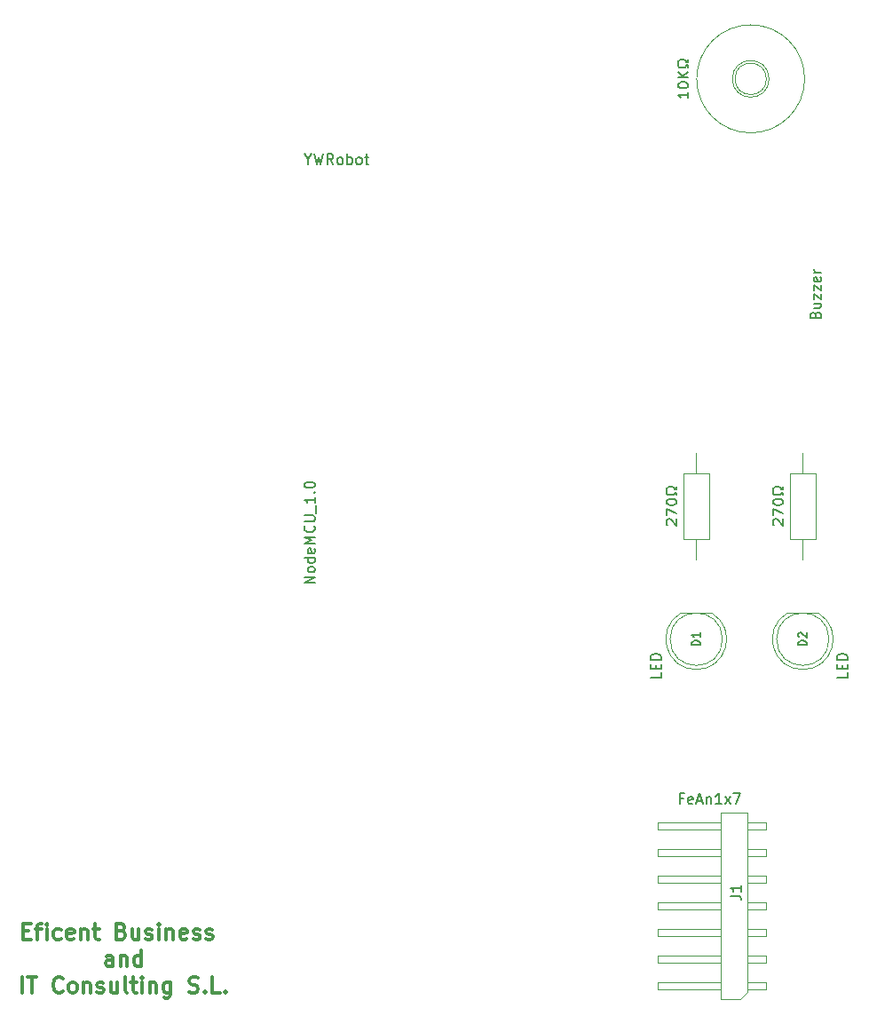
<source format=gbr>
G04 #@! TF.FileFunction,Other,Fab,Top*
%FSLAX46Y46*%
G04 Gerber Fmt 4.6, Leading zero omitted, Abs format (unit mm)*
G04 Created by KiCad (PCBNEW 4.0.7-e2-6376~58~ubuntu16.04.1) date Mon Jan 29 12:29:24 2018*
%MOMM*%
%LPD*%
G01*
G04 APERTURE LIST*
%ADD10C,0.100000*%
%ADD11C,0.300000*%
%ADD12C,0.150000*%
%ADD13C,0.200000*%
G04 APERTURE END LIST*
D10*
D11*
X114888571Y-147202857D02*
X115388571Y-147202857D01*
X115602857Y-147988571D02*
X114888571Y-147988571D01*
X114888571Y-146488571D01*
X115602857Y-146488571D01*
X116031428Y-146988571D02*
X116602857Y-146988571D01*
X116245714Y-147988571D02*
X116245714Y-146702857D01*
X116317142Y-146560000D01*
X116460000Y-146488571D01*
X116602857Y-146488571D01*
X117102857Y-147988571D02*
X117102857Y-146988571D01*
X117102857Y-146488571D02*
X117031428Y-146560000D01*
X117102857Y-146631429D01*
X117174285Y-146560000D01*
X117102857Y-146488571D01*
X117102857Y-146631429D01*
X118460000Y-147917143D02*
X118317143Y-147988571D01*
X118031429Y-147988571D01*
X117888571Y-147917143D01*
X117817143Y-147845714D01*
X117745714Y-147702857D01*
X117745714Y-147274286D01*
X117817143Y-147131429D01*
X117888571Y-147060000D01*
X118031429Y-146988571D01*
X118317143Y-146988571D01*
X118460000Y-147060000D01*
X119674285Y-147917143D02*
X119531428Y-147988571D01*
X119245714Y-147988571D01*
X119102857Y-147917143D01*
X119031428Y-147774286D01*
X119031428Y-147202857D01*
X119102857Y-147060000D01*
X119245714Y-146988571D01*
X119531428Y-146988571D01*
X119674285Y-147060000D01*
X119745714Y-147202857D01*
X119745714Y-147345714D01*
X119031428Y-147488571D01*
X120388571Y-146988571D02*
X120388571Y-147988571D01*
X120388571Y-147131429D02*
X120459999Y-147060000D01*
X120602857Y-146988571D01*
X120817142Y-146988571D01*
X120959999Y-147060000D01*
X121031428Y-147202857D01*
X121031428Y-147988571D01*
X121531428Y-146988571D02*
X122102857Y-146988571D01*
X121745714Y-146488571D02*
X121745714Y-147774286D01*
X121817142Y-147917143D01*
X121960000Y-147988571D01*
X122102857Y-147988571D01*
X124245714Y-147202857D02*
X124460000Y-147274286D01*
X124531428Y-147345714D01*
X124602857Y-147488571D01*
X124602857Y-147702857D01*
X124531428Y-147845714D01*
X124460000Y-147917143D01*
X124317142Y-147988571D01*
X123745714Y-147988571D01*
X123745714Y-146488571D01*
X124245714Y-146488571D01*
X124388571Y-146560000D01*
X124460000Y-146631429D01*
X124531428Y-146774286D01*
X124531428Y-146917143D01*
X124460000Y-147060000D01*
X124388571Y-147131429D01*
X124245714Y-147202857D01*
X123745714Y-147202857D01*
X125888571Y-146988571D02*
X125888571Y-147988571D01*
X125245714Y-146988571D02*
X125245714Y-147774286D01*
X125317142Y-147917143D01*
X125460000Y-147988571D01*
X125674285Y-147988571D01*
X125817142Y-147917143D01*
X125888571Y-147845714D01*
X126531428Y-147917143D02*
X126674285Y-147988571D01*
X126960000Y-147988571D01*
X127102857Y-147917143D01*
X127174285Y-147774286D01*
X127174285Y-147702857D01*
X127102857Y-147560000D01*
X126960000Y-147488571D01*
X126745714Y-147488571D01*
X126602857Y-147417143D01*
X126531428Y-147274286D01*
X126531428Y-147202857D01*
X126602857Y-147060000D01*
X126745714Y-146988571D01*
X126960000Y-146988571D01*
X127102857Y-147060000D01*
X127817143Y-147988571D02*
X127817143Y-146988571D01*
X127817143Y-146488571D02*
X127745714Y-146560000D01*
X127817143Y-146631429D01*
X127888571Y-146560000D01*
X127817143Y-146488571D01*
X127817143Y-146631429D01*
X128531429Y-146988571D02*
X128531429Y-147988571D01*
X128531429Y-147131429D02*
X128602857Y-147060000D01*
X128745715Y-146988571D01*
X128960000Y-146988571D01*
X129102857Y-147060000D01*
X129174286Y-147202857D01*
X129174286Y-147988571D01*
X130460000Y-147917143D02*
X130317143Y-147988571D01*
X130031429Y-147988571D01*
X129888572Y-147917143D01*
X129817143Y-147774286D01*
X129817143Y-147202857D01*
X129888572Y-147060000D01*
X130031429Y-146988571D01*
X130317143Y-146988571D01*
X130460000Y-147060000D01*
X130531429Y-147202857D01*
X130531429Y-147345714D01*
X129817143Y-147488571D01*
X131102857Y-147917143D02*
X131245714Y-147988571D01*
X131531429Y-147988571D01*
X131674286Y-147917143D01*
X131745714Y-147774286D01*
X131745714Y-147702857D01*
X131674286Y-147560000D01*
X131531429Y-147488571D01*
X131317143Y-147488571D01*
X131174286Y-147417143D01*
X131102857Y-147274286D01*
X131102857Y-147202857D01*
X131174286Y-147060000D01*
X131317143Y-146988571D01*
X131531429Y-146988571D01*
X131674286Y-147060000D01*
X132317143Y-147917143D02*
X132460000Y-147988571D01*
X132745715Y-147988571D01*
X132888572Y-147917143D01*
X132960000Y-147774286D01*
X132960000Y-147702857D01*
X132888572Y-147560000D01*
X132745715Y-147488571D01*
X132531429Y-147488571D01*
X132388572Y-147417143D01*
X132317143Y-147274286D01*
X132317143Y-147202857D01*
X132388572Y-147060000D01*
X132531429Y-146988571D01*
X132745715Y-146988571D01*
X132888572Y-147060000D01*
X123424286Y-150538571D02*
X123424286Y-149752857D01*
X123352857Y-149610000D01*
X123210000Y-149538571D01*
X122924286Y-149538571D01*
X122781429Y-149610000D01*
X123424286Y-150467143D02*
X123281429Y-150538571D01*
X122924286Y-150538571D01*
X122781429Y-150467143D01*
X122710000Y-150324286D01*
X122710000Y-150181429D01*
X122781429Y-150038571D01*
X122924286Y-149967143D01*
X123281429Y-149967143D01*
X123424286Y-149895714D01*
X124138572Y-149538571D02*
X124138572Y-150538571D01*
X124138572Y-149681429D02*
X124210000Y-149610000D01*
X124352858Y-149538571D01*
X124567143Y-149538571D01*
X124710000Y-149610000D01*
X124781429Y-149752857D01*
X124781429Y-150538571D01*
X126138572Y-150538571D02*
X126138572Y-149038571D01*
X126138572Y-150467143D02*
X125995715Y-150538571D01*
X125710001Y-150538571D01*
X125567143Y-150467143D01*
X125495715Y-150395714D01*
X125424286Y-150252857D01*
X125424286Y-149824286D01*
X125495715Y-149681429D01*
X125567143Y-149610000D01*
X125710001Y-149538571D01*
X125995715Y-149538571D01*
X126138572Y-149610000D01*
X114781428Y-153088571D02*
X114781428Y-151588571D01*
X115281428Y-151588571D02*
X116138571Y-151588571D01*
X115710000Y-153088571D02*
X115710000Y-151588571D01*
X118638571Y-152945714D02*
X118567142Y-153017143D01*
X118352856Y-153088571D01*
X118209999Y-153088571D01*
X117995714Y-153017143D01*
X117852856Y-152874286D01*
X117781428Y-152731429D01*
X117709999Y-152445714D01*
X117709999Y-152231429D01*
X117781428Y-151945714D01*
X117852856Y-151802857D01*
X117995714Y-151660000D01*
X118209999Y-151588571D01*
X118352856Y-151588571D01*
X118567142Y-151660000D01*
X118638571Y-151731429D01*
X119495714Y-153088571D02*
X119352856Y-153017143D01*
X119281428Y-152945714D01*
X119209999Y-152802857D01*
X119209999Y-152374286D01*
X119281428Y-152231429D01*
X119352856Y-152160000D01*
X119495714Y-152088571D01*
X119709999Y-152088571D01*
X119852856Y-152160000D01*
X119924285Y-152231429D01*
X119995714Y-152374286D01*
X119995714Y-152802857D01*
X119924285Y-152945714D01*
X119852856Y-153017143D01*
X119709999Y-153088571D01*
X119495714Y-153088571D01*
X120638571Y-152088571D02*
X120638571Y-153088571D01*
X120638571Y-152231429D02*
X120709999Y-152160000D01*
X120852857Y-152088571D01*
X121067142Y-152088571D01*
X121209999Y-152160000D01*
X121281428Y-152302857D01*
X121281428Y-153088571D01*
X121924285Y-153017143D02*
X122067142Y-153088571D01*
X122352857Y-153088571D01*
X122495714Y-153017143D01*
X122567142Y-152874286D01*
X122567142Y-152802857D01*
X122495714Y-152660000D01*
X122352857Y-152588571D01*
X122138571Y-152588571D01*
X121995714Y-152517143D01*
X121924285Y-152374286D01*
X121924285Y-152302857D01*
X121995714Y-152160000D01*
X122138571Y-152088571D01*
X122352857Y-152088571D01*
X122495714Y-152160000D01*
X123852857Y-152088571D02*
X123852857Y-153088571D01*
X123210000Y-152088571D02*
X123210000Y-152874286D01*
X123281428Y-153017143D01*
X123424286Y-153088571D01*
X123638571Y-153088571D01*
X123781428Y-153017143D01*
X123852857Y-152945714D01*
X124781429Y-153088571D02*
X124638571Y-153017143D01*
X124567143Y-152874286D01*
X124567143Y-151588571D01*
X125138571Y-152088571D02*
X125710000Y-152088571D01*
X125352857Y-151588571D02*
X125352857Y-152874286D01*
X125424285Y-153017143D01*
X125567143Y-153088571D01*
X125710000Y-153088571D01*
X126210000Y-153088571D02*
X126210000Y-152088571D01*
X126210000Y-151588571D02*
X126138571Y-151660000D01*
X126210000Y-151731429D01*
X126281428Y-151660000D01*
X126210000Y-151588571D01*
X126210000Y-151731429D01*
X126924286Y-152088571D02*
X126924286Y-153088571D01*
X126924286Y-152231429D02*
X126995714Y-152160000D01*
X127138572Y-152088571D01*
X127352857Y-152088571D01*
X127495714Y-152160000D01*
X127567143Y-152302857D01*
X127567143Y-153088571D01*
X128924286Y-152088571D02*
X128924286Y-153302857D01*
X128852857Y-153445714D01*
X128781429Y-153517143D01*
X128638572Y-153588571D01*
X128424286Y-153588571D01*
X128281429Y-153517143D01*
X128924286Y-153017143D02*
X128781429Y-153088571D01*
X128495715Y-153088571D01*
X128352857Y-153017143D01*
X128281429Y-152945714D01*
X128210000Y-152802857D01*
X128210000Y-152374286D01*
X128281429Y-152231429D01*
X128352857Y-152160000D01*
X128495715Y-152088571D01*
X128781429Y-152088571D01*
X128924286Y-152160000D01*
X130710000Y-153017143D02*
X130924286Y-153088571D01*
X131281429Y-153088571D01*
X131424286Y-153017143D01*
X131495715Y-152945714D01*
X131567143Y-152802857D01*
X131567143Y-152660000D01*
X131495715Y-152517143D01*
X131424286Y-152445714D01*
X131281429Y-152374286D01*
X130995715Y-152302857D01*
X130852857Y-152231429D01*
X130781429Y-152160000D01*
X130710000Y-152017143D01*
X130710000Y-151874286D01*
X130781429Y-151731429D01*
X130852857Y-151660000D01*
X130995715Y-151588571D01*
X131352857Y-151588571D01*
X131567143Y-151660000D01*
X132210000Y-152945714D02*
X132281428Y-153017143D01*
X132210000Y-153088571D01*
X132138571Y-153017143D01*
X132210000Y-152945714D01*
X132210000Y-153088571D01*
X133638572Y-153088571D02*
X132924286Y-153088571D01*
X132924286Y-151588571D01*
X134138572Y-152945714D02*
X134210000Y-153017143D01*
X134138572Y-153088571D01*
X134067143Y-153017143D01*
X134138572Y-152945714D01*
X134138572Y-153088571D01*
D10*
X177600334Y-116879984D02*
G75*
G03X180539694Y-116880000I1469666J-2500016D01*
G01*
X181570000Y-119380000D02*
G75*
G03X181570000Y-119380000I-2500000J0D01*
G01*
X180539694Y-116880000D02*
X177600306Y-116880000D01*
X187760334Y-116879984D02*
G75*
G03X190699694Y-116880000I1469666J-2500016D01*
G01*
X191730000Y-119380000D02*
G75*
G03X191730000Y-119380000I-2500000J0D01*
G01*
X190699694Y-116880000D02*
X187760306Y-116880000D01*
X183285000Y-153670000D02*
X181380000Y-153670000D01*
X181380000Y-153670000D02*
X181380000Y-135890000D01*
X181380000Y-135890000D02*
X183920000Y-135890000D01*
X183920000Y-135890000D02*
X183920000Y-153035000D01*
X183920000Y-153035000D02*
X183285000Y-153670000D01*
X185740000Y-152720000D02*
X183920000Y-152720000D01*
X185740000Y-152720000D02*
X185740000Y-152080000D01*
X185740000Y-152080000D02*
X183920000Y-152080000D01*
X181380000Y-152720000D02*
X175380000Y-152720000D01*
X175380000Y-152720000D02*
X175380000Y-152080000D01*
X181380000Y-152080000D02*
X175380000Y-152080000D01*
X185740000Y-150180000D02*
X183920000Y-150180000D01*
X185740000Y-150180000D02*
X185740000Y-149540000D01*
X185740000Y-149540000D02*
X183920000Y-149540000D01*
X181380000Y-150180000D02*
X175380000Y-150180000D01*
X175380000Y-150180000D02*
X175380000Y-149540000D01*
X181380000Y-149540000D02*
X175380000Y-149540000D01*
X185740000Y-147640000D02*
X183920000Y-147640000D01*
X185740000Y-147640000D02*
X185740000Y-147000000D01*
X185740000Y-147000000D02*
X183920000Y-147000000D01*
X181380000Y-147640000D02*
X175380000Y-147640000D01*
X175380000Y-147640000D02*
X175380000Y-147000000D01*
X181380000Y-147000000D02*
X175380000Y-147000000D01*
X185740000Y-145100000D02*
X183920000Y-145100000D01*
X185740000Y-145100000D02*
X185740000Y-144460000D01*
X185740000Y-144460000D02*
X183920000Y-144460000D01*
X181380000Y-145100000D02*
X175380000Y-145100000D01*
X175380000Y-145100000D02*
X175380000Y-144460000D01*
X181380000Y-144460000D02*
X175380000Y-144460000D01*
X185740000Y-142560000D02*
X183920000Y-142560000D01*
X185740000Y-142560000D02*
X185740000Y-141920000D01*
X185740000Y-141920000D02*
X183920000Y-141920000D01*
X181380000Y-142560000D02*
X175380000Y-142560000D01*
X175380000Y-142560000D02*
X175380000Y-141920000D01*
X181380000Y-141920000D02*
X175380000Y-141920000D01*
X185740000Y-140020000D02*
X183920000Y-140020000D01*
X185740000Y-140020000D02*
X185740000Y-139380000D01*
X185740000Y-139380000D02*
X183920000Y-139380000D01*
X181380000Y-140020000D02*
X175380000Y-140020000D01*
X175380000Y-140020000D02*
X175380000Y-139380000D01*
X181380000Y-139380000D02*
X175380000Y-139380000D01*
X185740000Y-137480000D02*
X183920000Y-137480000D01*
X185740000Y-137480000D02*
X185740000Y-136840000D01*
X185740000Y-136840000D02*
X183920000Y-136840000D01*
X181380000Y-137480000D02*
X175380000Y-137480000D01*
X175380000Y-137480000D02*
X175380000Y-136840000D01*
X181380000Y-136840000D02*
X175380000Y-136840000D01*
X180320000Y-103530000D02*
X177820000Y-103530000D01*
X177820000Y-103530000D02*
X177820000Y-109830000D01*
X177820000Y-109830000D02*
X180320000Y-109830000D01*
X180320000Y-109830000D02*
X180320000Y-103530000D01*
X179070000Y-101600000D02*
X179070000Y-103530000D01*
X179070000Y-111760000D02*
X179070000Y-109830000D01*
X190480000Y-103530000D02*
X187980000Y-103530000D01*
X187980000Y-103530000D02*
X187980000Y-109830000D01*
X187980000Y-109830000D02*
X190480000Y-109830000D01*
X190480000Y-109830000D02*
X190480000Y-103530000D01*
X189230000Y-101600000D02*
X189230000Y-103530000D01*
X189230000Y-111760000D02*
X189230000Y-109830000D01*
X189410000Y-65960000D02*
G75*
G03X189410000Y-65960000I-5150000J0D01*
G01*
X186010000Y-65960000D02*
G75*
G03X186010000Y-65960000I-1750000J0D01*
G01*
X185760000Y-65960000D02*
G75*
G03X185760000Y-65960000I-1500000J0D01*
G01*
D12*
X190443571Y-88453571D02*
X190491190Y-88310714D01*
X190538810Y-88263095D01*
X190634048Y-88215476D01*
X190776905Y-88215476D01*
X190872143Y-88263095D01*
X190919762Y-88310714D01*
X190967381Y-88405952D01*
X190967381Y-88786905D01*
X189967381Y-88786905D01*
X189967381Y-88453571D01*
X190015000Y-88358333D01*
X190062619Y-88310714D01*
X190157857Y-88263095D01*
X190253095Y-88263095D01*
X190348333Y-88310714D01*
X190395952Y-88358333D01*
X190443571Y-88453571D01*
X190443571Y-88786905D01*
X190300714Y-87358333D02*
X190967381Y-87358333D01*
X190300714Y-87786905D02*
X190824524Y-87786905D01*
X190919762Y-87739286D01*
X190967381Y-87644048D01*
X190967381Y-87501190D01*
X190919762Y-87405952D01*
X190872143Y-87358333D01*
X190300714Y-86977381D02*
X190300714Y-86453571D01*
X190967381Y-86977381D01*
X190967381Y-86453571D01*
X190300714Y-86167857D02*
X190300714Y-85644047D01*
X190967381Y-86167857D01*
X190967381Y-85644047D01*
X190919762Y-84882142D02*
X190967381Y-84977380D01*
X190967381Y-85167857D01*
X190919762Y-85263095D01*
X190824524Y-85310714D01*
X190443571Y-85310714D01*
X190348333Y-85263095D01*
X190300714Y-85167857D01*
X190300714Y-84977380D01*
X190348333Y-84882142D01*
X190443571Y-84834523D01*
X190538810Y-84834523D01*
X190634048Y-85310714D01*
X190967381Y-84405952D02*
X190300714Y-84405952D01*
X190491190Y-84405952D02*
X190395952Y-84358333D01*
X190348333Y-84310714D01*
X190300714Y-84215476D01*
X190300714Y-84120237D01*
X175712381Y-122562857D02*
X175712381Y-123039048D01*
X174712381Y-123039048D01*
X175188571Y-122229524D02*
X175188571Y-121896190D01*
X175712381Y-121753333D02*
X175712381Y-122229524D01*
X174712381Y-122229524D01*
X174712381Y-121753333D01*
X175712381Y-121324762D02*
X174712381Y-121324762D01*
X174712381Y-121086667D01*
X174760000Y-120943809D01*
X174855238Y-120848571D01*
X174950476Y-120800952D01*
X175140952Y-120753333D01*
X175283810Y-120753333D01*
X175474286Y-120800952D01*
X175569524Y-120848571D01*
X175664762Y-120943809D01*
X175712381Y-121086667D01*
X175712381Y-121324762D01*
D13*
X179431905Y-119950476D02*
X178631905Y-119950476D01*
X178631905Y-119760000D01*
X178670000Y-119645714D01*
X178746190Y-119569523D01*
X178822381Y-119531428D01*
X178974762Y-119493333D01*
X179089048Y-119493333D01*
X179241429Y-119531428D01*
X179317619Y-119569523D01*
X179393810Y-119645714D01*
X179431905Y-119760000D01*
X179431905Y-119950476D01*
X179431905Y-118731428D02*
X179431905Y-119188571D01*
X179431905Y-118960000D02*
X178631905Y-118960000D01*
X178746190Y-119036190D01*
X178822381Y-119112381D01*
X178860476Y-119188571D01*
D12*
X193492381Y-122562857D02*
X193492381Y-123039048D01*
X192492381Y-123039048D01*
X192968571Y-122229524D02*
X192968571Y-121896190D01*
X193492381Y-121753333D02*
X193492381Y-122229524D01*
X192492381Y-122229524D01*
X192492381Y-121753333D01*
X193492381Y-121324762D02*
X192492381Y-121324762D01*
X192492381Y-121086667D01*
X192540000Y-120943809D01*
X192635238Y-120848571D01*
X192730476Y-120800952D01*
X192920952Y-120753333D01*
X193063810Y-120753333D01*
X193254286Y-120800952D01*
X193349524Y-120848571D01*
X193444762Y-120943809D01*
X193492381Y-121086667D01*
X193492381Y-121324762D01*
D13*
X189591905Y-119950476D02*
X188791905Y-119950476D01*
X188791905Y-119760000D01*
X188830000Y-119645714D01*
X188906190Y-119569523D01*
X188982381Y-119531428D01*
X189134762Y-119493333D01*
X189249048Y-119493333D01*
X189401429Y-119531428D01*
X189477619Y-119569523D01*
X189553810Y-119645714D01*
X189591905Y-119760000D01*
X189591905Y-119950476D01*
X188868095Y-119188571D02*
X188830000Y-119150476D01*
X188791905Y-119074285D01*
X188791905Y-118883809D01*
X188830000Y-118807619D01*
X188868095Y-118769523D01*
X188944286Y-118731428D01*
X189020476Y-118731428D01*
X189134762Y-118769523D01*
X189591905Y-119226666D01*
X189591905Y-118731428D01*
D12*
X177816191Y-134548571D02*
X177482857Y-134548571D01*
X177482857Y-135072381D02*
X177482857Y-134072381D01*
X177959048Y-134072381D01*
X178720953Y-135024762D02*
X178625715Y-135072381D01*
X178435238Y-135072381D01*
X178340000Y-135024762D01*
X178292381Y-134929524D01*
X178292381Y-134548571D01*
X178340000Y-134453333D01*
X178435238Y-134405714D01*
X178625715Y-134405714D01*
X178720953Y-134453333D01*
X178768572Y-134548571D01*
X178768572Y-134643810D01*
X178292381Y-134739048D01*
X179149524Y-134786667D02*
X179625715Y-134786667D01*
X179054286Y-135072381D02*
X179387619Y-134072381D01*
X179720953Y-135072381D01*
X180054286Y-134405714D02*
X180054286Y-135072381D01*
X180054286Y-134500952D02*
X180101905Y-134453333D01*
X180197143Y-134405714D01*
X180340001Y-134405714D01*
X180435239Y-134453333D01*
X180482858Y-134548571D01*
X180482858Y-135072381D01*
X181482858Y-135072381D02*
X180911429Y-135072381D01*
X181197143Y-135072381D02*
X181197143Y-134072381D01*
X181101905Y-134215238D01*
X181006667Y-134310476D01*
X180911429Y-134358095D01*
X181816191Y-135072381D02*
X182340001Y-134405714D01*
X181816191Y-134405714D02*
X182340001Y-135072381D01*
X182625715Y-134072381D02*
X183292382Y-134072381D01*
X182863810Y-135072381D01*
X182332381Y-143843333D02*
X183046667Y-143843333D01*
X183189524Y-143890953D01*
X183284762Y-143986191D01*
X183332381Y-144129048D01*
X183332381Y-144224286D01*
X183332381Y-142843333D02*
X183332381Y-143414762D01*
X183332381Y-143129048D02*
X182332381Y-143129048D01*
X182475238Y-143224286D01*
X182570476Y-143319524D01*
X182618095Y-143414762D01*
X176307619Y-108489524D02*
X176260000Y-108441905D01*
X176212381Y-108346667D01*
X176212381Y-108108571D01*
X176260000Y-108013333D01*
X176307619Y-107965714D01*
X176402857Y-107918095D01*
X176498095Y-107918095D01*
X176640952Y-107965714D01*
X177212381Y-108537143D01*
X177212381Y-107918095D01*
X176212381Y-107584762D02*
X176212381Y-106918095D01*
X177212381Y-107346667D01*
X176212381Y-106346667D02*
X176212381Y-106251428D01*
X176260000Y-106156190D01*
X176307619Y-106108571D01*
X176402857Y-106060952D01*
X176593333Y-106013333D01*
X176831429Y-106013333D01*
X177021905Y-106060952D01*
X177117143Y-106108571D01*
X177164762Y-106156190D01*
X177212381Y-106251428D01*
X177212381Y-106346667D01*
X177164762Y-106441905D01*
X177117143Y-106489524D01*
X177021905Y-106537143D01*
X176831429Y-106584762D01*
X176593333Y-106584762D01*
X176402857Y-106537143D01*
X176307619Y-106489524D01*
X176260000Y-106441905D01*
X176212381Y-106346667D01*
X177212381Y-105632381D02*
X177212381Y-105394286D01*
X177021905Y-105394286D01*
X176974286Y-105489524D01*
X176879048Y-105584762D01*
X176736190Y-105632381D01*
X176498095Y-105632381D01*
X176355238Y-105584762D01*
X176260000Y-105489524D01*
X176212381Y-105346667D01*
X176212381Y-105156190D01*
X176260000Y-105013333D01*
X176355238Y-104918095D01*
X176498095Y-104870476D01*
X176736190Y-104870476D01*
X176879048Y-104918095D01*
X176974286Y-105013333D01*
X177021905Y-105108571D01*
X177212381Y-105108571D01*
X177212381Y-104870476D01*
X186467619Y-108489524D02*
X186420000Y-108441905D01*
X186372381Y-108346667D01*
X186372381Y-108108571D01*
X186420000Y-108013333D01*
X186467619Y-107965714D01*
X186562857Y-107918095D01*
X186658095Y-107918095D01*
X186800952Y-107965714D01*
X187372381Y-108537143D01*
X187372381Y-107918095D01*
X186372381Y-107584762D02*
X186372381Y-106918095D01*
X187372381Y-107346667D01*
X186372381Y-106346667D02*
X186372381Y-106251428D01*
X186420000Y-106156190D01*
X186467619Y-106108571D01*
X186562857Y-106060952D01*
X186753333Y-106013333D01*
X186991429Y-106013333D01*
X187181905Y-106060952D01*
X187277143Y-106108571D01*
X187324762Y-106156190D01*
X187372381Y-106251428D01*
X187372381Y-106346667D01*
X187324762Y-106441905D01*
X187277143Y-106489524D01*
X187181905Y-106537143D01*
X186991429Y-106584762D01*
X186753333Y-106584762D01*
X186562857Y-106537143D01*
X186467619Y-106489524D01*
X186420000Y-106441905D01*
X186372381Y-106346667D01*
X187372381Y-105632381D02*
X187372381Y-105394286D01*
X187181905Y-105394286D01*
X187134286Y-105489524D01*
X187039048Y-105584762D01*
X186896190Y-105632381D01*
X186658095Y-105632381D01*
X186515238Y-105584762D01*
X186420000Y-105489524D01*
X186372381Y-105346667D01*
X186372381Y-105156190D01*
X186420000Y-105013333D01*
X186515238Y-104918095D01*
X186658095Y-104870476D01*
X186896190Y-104870476D01*
X187039048Y-104918095D01*
X187134286Y-105013333D01*
X187181905Y-105108571D01*
X187372381Y-105108571D01*
X187372381Y-104870476D01*
X142692381Y-114005714D02*
X141692381Y-114005714D01*
X142692381Y-113434285D01*
X141692381Y-113434285D01*
X142692381Y-112815238D02*
X142644762Y-112910476D01*
X142597143Y-112958095D01*
X142501905Y-113005714D01*
X142216190Y-113005714D01*
X142120952Y-112958095D01*
X142073333Y-112910476D01*
X142025714Y-112815238D01*
X142025714Y-112672380D01*
X142073333Y-112577142D01*
X142120952Y-112529523D01*
X142216190Y-112481904D01*
X142501905Y-112481904D01*
X142597143Y-112529523D01*
X142644762Y-112577142D01*
X142692381Y-112672380D01*
X142692381Y-112815238D01*
X142692381Y-111624761D02*
X141692381Y-111624761D01*
X142644762Y-111624761D02*
X142692381Y-111719999D01*
X142692381Y-111910476D01*
X142644762Y-112005714D01*
X142597143Y-112053333D01*
X142501905Y-112100952D01*
X142216190Y-112100952D01*
X142120952Y-112053333D01*
X142073333Y-112005714D01*
X142025714Y-111910476D01*
X142025714Y-111719999D01*
X142073333Y-111624761D01*
X142644762Y-110767618D02*
X142692381Y-110862856D01*
X142692381Y-111053333D01*
X142644762Y-111148571D01*
X142549524Y-111196190D01*
X142168571Y-111196190D01*
X142073333Y-111148571D01*
X142025714Y-111053333D01*
X142025714Y-110862856D01*
X142073333Y-110767618D01*
X142168571Y-110719999D01*
X142263810Y-110719999D01*
X142359048Y-111196190D01*
X142692381Y-110291428D02*
X141692381Y-110291428D01*
X142406667Y-109958094D01*
X141692381Y-109624761D01*
X142692381Y-109624761D01*
X142597143Y-108577142D02*
X142644762Y-108624761D01*
X142692381Y-108767618D01*
X142692381Y-108862856D01*
X142644762Y-109005714D01*
X142549524Y-109100952D01*
X142454286Y-109148571D01*
X142263810Y-109196190D01*
X142120952Y-109196190D01*
X141930476Y-109148571D01*
X141835238Y-109100952D01*
X141740000Y-109005714D01*
X141692381Y-108862856D01*
X141692381Y-108767618D01*
X141740000Y-108624761D01*
X141787619Y-108577142D01*
X141692381Y-108148571D02*
X142501905Y-108148571D01*
X142597143Y-108100952D01*
X142644762Y-108053333D01*
X142692381Y-107958095D01*
X142692381Y-107767618D01*
X142644762Y-107672380D01*
X142597143Y-107624761D01*
X142501905Y-107577142D01*
X141692381Y-107577142D01*
X142787619Y-107339047D02*
X142787619Y-106577142D01*
X142692381Y-105815237D02*
X142692381Y-106386666D01*
X142692381Y-106100952D02*
X141692381Y-106100952D01*
X141835238Y-106196190D01*
X141930476Y-106291428D01*
X141978095Y-106386666D01*
X142597143Y-105386666D02*
X142644762Y-105339047D01*
X142692381Y-105386666D01*
X142644762Y-105434285D01*
X142597143Y-105386666D01*
X142692381Y-105386666D01*
X141692381Y-104720000D02*
X141692381Y-104624761D01*
X141740000Y-104529523D01*
X141787619Y-104481904D01*
X141882857Y-104434285D01*
X142073333Y-104386666D01*
X142311429Y-104386666D01*
X142501905Y-104434285D01*
X142597143Y-104481904D01*
X142644762Y-104529523D01*
X142692381Y-104624761D01*
X142692381Y-104720000D01*
X142644762Y-104815238D01*
X142597143Y-104862857D01*
X142501905Y-104910476D01*
X142311429Y-104958095D01*
X142073333Y-104958095D01*
X141882857Y-104910476D01*
X141787619Y-104862857D01*
X141740000Y-104815238D01*
X141692381Y-104720000D01*
X142065714Y-73636190D02*
X142065714Y-74112381D01*
X141732381Y-73112381D02*
X142065714Y-73636190D01*
X142399048Y-73112381D01*
X142637143Y-73112381D02*
X142875238Y-74112381D01*
X143065715Y-73398095D01*
X143256191Y-74112381D01*
X143494286Y-73112381D01*
X144446667Y-74112381D02*
X144113333Y-73636190D01*
X143875238Y-74112381D02*
X143875238Y-73112381D01*
X144256191Y-73112381D01*
X144351429Y-73160000D01*
X144399048Y-73207619D01*
X144446667Y-73302857D01*
X144446667Y-73445714D01*
X144399048Y-73540952D01*
X144351429Y-73588571D01*
X144256191Y-73636190D01*
X143875238Y-73636190D01*
X145018095Y-74112381D02*
X144922857Y-74064762D01*
X144875238Y-74017143D01*
X144827619Y-73921905D01*
X144827619Y-73636190D01*
X144875238Y-73540952D01*
X144922857Y-73493333D01*
X145018095Y-73445714D01*
X145160953Y-73445714D01*
X145256191Y-73493333D01*
X145303810Y-73540952D01*
X145351429Y-73636190D01*
X145351429Y-73921905D01*
X145303810Y-74017143D01*
X145256191Y-74064762D01*
X145160953Y-74112381D01*
X145018095Y-74112381D01*
X145780000Y-74112381D02*
X145780000Y-73112381D01*
X145780000Y-73493333D02*
X145875238Y-73445714D01*
X146065715Y-73445714D01*
X146160953Y-73493333D01*
X146208572Y-73540952D01*
X146256191Y-73636190D01*
X146256191Y-73921905D01*
X146208572Y-74017143D01*
X146160953Y-74064762D01*
X146065715Y-74112381D01*
X145875238Y-74112381D01*
X145780000Y-74064762D01*
X146827619Y-74112381D02*
X146732381Y-74064762D01*
X146684762Y-74017143D01*
X146637143Y-73921905D01*
X146637143Y-73636190D01*
X146684762Y-73540952D01*
X146732381Y-73493333D01*
X146827619Y-73445714D01*
X146970477Y-73445714D01*
X147065715Y-73493333D01*
X147113334Y-73540952D01*
X147160953Y-73636190D01*
X147160953Y-73921905D01*
X147113334Y-74017143D01*
X147065715Y-74064762D01*
X146970477Y-74112381D01*
X146827619Y-74112381D01*
X147446667Y-73445714D02*
X147827619Y-73445714D01*
X147589524Y-73112381D02*
X147589524Y-73969524D01*
X147637143Y-74064762D01*
X147732381Y-74112381D01*
X147827619Y-74112381D01*
X178312381Y-67221904D02*
X178312381Y-67793333D01*
X178312381Y-67507619D02*
X177312381Y-67507619D01*
X177455238Y-67602857D01*
X177550476Y-67698095D01*
X177598095Y-67793333D01*
X177312381Y-66602857D02*
X177312381Y-66507618D01*
X177360000Y-66412380D01*
X177407619Y-66364761D01*
X177502857Y-66317142D01*
X177693333Y-66269523D01*
X177931429Y-66269523D01*
X178121905Y-66317142D01*
X178217143Y-66364761D01*
X178264762Y-66412380D01*
X178312381Y-66507618D01*
X178312381Y-66602857D01*
X178264762Y-66698095D01*
X178217143Y-66745714D01*
X178121905Y-66793333D01*
X177931429Y-66840952D01*
X177693333Y-66840952D01*
X177502857Y-66793333D01*
X177407619Y-66745714D01*
X177360000Y-66698095D01*
X177312381Y-66602857D01*
X178312381Y-65840952D02*
X177312381Y-65840952D01*
X178312381Y-65269523D02*
X177740952Y-65698095D01*
X177312381Y-65269523D02*
X177883810Y-65840952D01*
X178312381Y-64888571D02*
X178312381Y-64650476D01*
X178121905Y-64650476D01*
X178074286Y-64745714D01*
X177979048Y-64840952D01*
X177836190Y-64888571D01*
X177598095Y-64888571D01*
X177455238Y-64840952D01*
X177360000Y-64745714D01*
X177312381Y-64602857D01*
X177312381Y-64412380D01*
X177360000Y-64269523D01*
X177455238Y-64174285D01*
X177598095Y-64126666D01*
X177836190Y-64126666D01*
X177979048Y-64174285D01*
X178074286Y-64269523D01*
X178121905Y-64364761D01*
X178312381Y-64364761D01*
X178312381Y-64126666D01*
M02*

</source>
